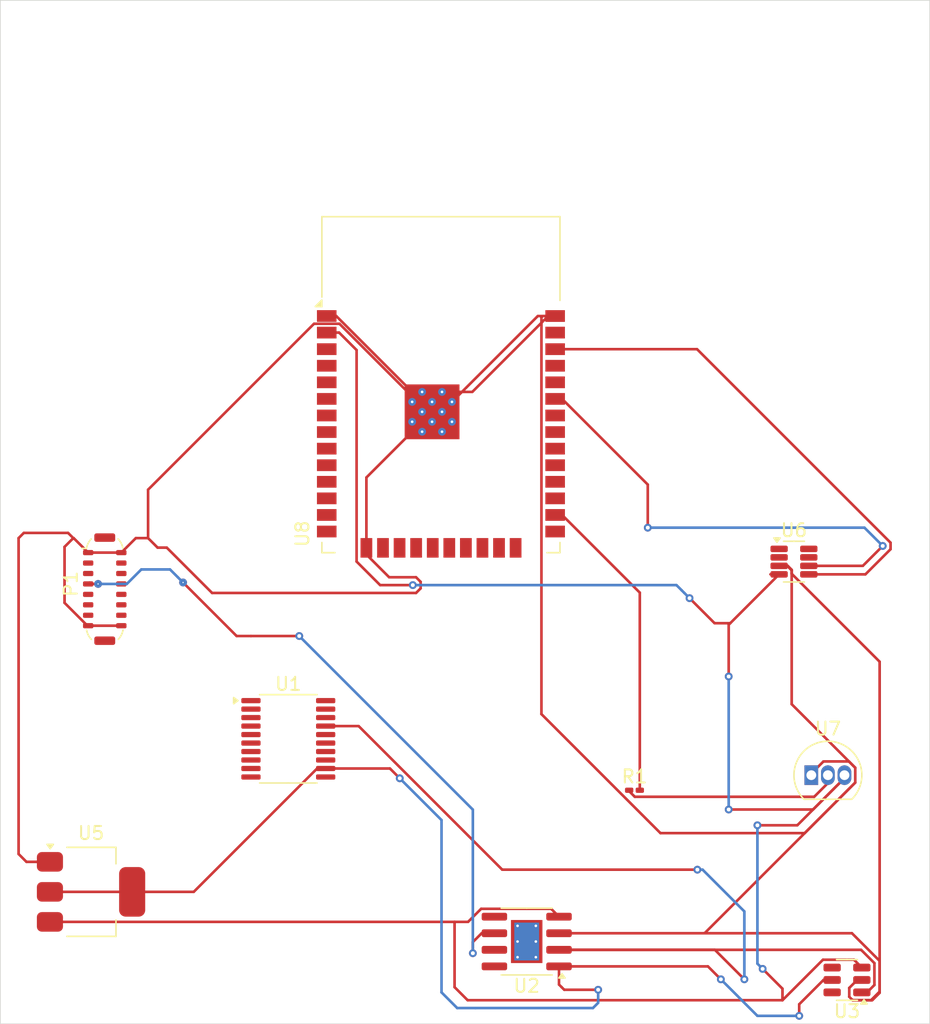
<source format=kicad_pcb>
(kicad_pcb (version 20241229) (generator "pcbnew") (generator_version "9.0")
  (layers (0 "F.Cu" signal) (2 "B.Cu" signal) (13 "F.Paste" user) (15 "B.Paste" user) (5 "F.SilkS" user "F.Silkscreen") (7 "B.SilkS" user "B.Silkscreen") (1 "F.Mask" user) (3 "B.Mask" user) (25 "Edge.Cuts" user))
  (net 0 "")
  (net 3 "/gnd")
  (net 9 "/IN")
  (net 12 "Net-(U7-DQ)")
  (net 13 "/GPIO4")
  (net 17 "/OUT")
  (net 33 "/5v")
  (net 43 "/vcc")
  (net 51 "/GPIO21")
  (net 53 "/GPIO22")
  (net 70 "/GPIO14")
  (footprint "Package_SO:TSSOP-20_4.4x6.5mm_P0.65mm" (layer "F.Cu") (at 152.6625 117.975)
    (property "Reference" "U1" (at 0 -4.2 0) (layer "F.SilkS"))
    (property "Value" "BQ76920PW")
    (fp_line (start 0 -3.385) (end -2.2 -3.385) (stroke (width 0.12)) (layer "F.SilkS"))
    (fp_line (start 0 -3.385) (end 2.2 -3.385) (stroke (width 0.12)) (layer "F.SilkS"))
    (fp_line (start 0 3.385) (end -2.2 3.385) (stroke (width 0.12)) (layer "F.SilkS"))
    (fp_line (start 0 3.385) (end 2.2 3.385) (stroke (width 0.12)) (layer "F.SilkS"))
    (fp_poly (pts (xy -3.86 -2.925) (xy -4.19 -3.165) (xy -4.19 -2.685) (xy -3.86 -2.925)) (stroke (width 0.12)) (fill yes) (layer "F.SilkS"))
    (pad "1" smd roundrect (at -2.8625 -2.925) (size 1.475 0.4) (layers "F.Cu" "F.Mask" "F.Paste"))
    (pad "2" smd roundrect (at -2.8625 -2.275) (size 1.475 0.4) (layers "F.Cu" "F.Mask" "F.Paste"))
    (pad "3" smd roundrect (at -2.8625 -1.625) (size 1.475 0.4) (layers "F.Cu" "F.Mask" "F.Paste"))
    (pad "4" smd roundrect (at -2.8625 -0.975) (size 1.475 0.4) (layers "F.Cu" "F.Mask" "F.Paste"))
    (pad "5" smd roundrect (at -2.8625 -0.325) (size 1.475 0.4) (layers "F.Cu" "F.Mask" "F.Paste"))
    (pad "6" smd roundrect (at -2.8625 0.325) (size 1.475 0.4) (layers "F.Cu" "F.Mask" "F.Paste"))
    (pad "7" smd roundrect (at -2.8625 0.975) (size 1.475 0.4) (layers "F.Cu" "F.Mask" "F.Paste"))
    (pad "8" smd roundrect (at -2.8625 1.625) (size 1.475 0.4) (layers "F.Cu" "F.Mask" "F.Paste"))
    (pad "9" smd roundrect (at -2.8625 2.275) (size 1.475 0.4) (layers "F.Cu" "F.Mask" "F.Paste"))
    (pad "10" smd roundrect (at -2.8625 2.925) (size 1.475 0.4) (layers "F.Cu" "F.Mask" "F.Paste"))
    (pad "11" smd roundrect (at 2.8625 2.925) (size 1.475 0.4) (layers "F.Cu" "F.Mask" "F.Paste"))
    (pad "12" smd roundrect (at 2.8625 2.275) (size 1.475 0.4) (layers "F.Cu" "F.Mask" "F.Paste") (net 33 "/5v"))
    (pad "13" smd roundrect (at 2.8625 1.625) (size 1.475 0.4) (layers "F.Cu" "F.Mask" "F.Paste"))
    (pad "14" smd roundrect (at 2.8625 0.975) (size 1.475 0.4) (layers "F.Cu" "F.Mask" "F.Paste"))
    (pad "15" smd roundrect (at 2.8625 0.325) (size 1.475 0.4) (layers "F.Cu" "F.Mask" "F.Paste"))
    (pad "16" smd roundrect (at 2.8625 -0.325) (size 1.475 0.4) (layers "F.Cu" "F.Mask" "F.Paste"))
    (pad "17" smd roundrect (at 2.8625 -0.975) (size 1.475 0.4) (layers "F.Cu" "F.Mask" "F.Paste") (net 17 "/OUT"))
    (pad "18" smd roundrect (at 2.8625 -1.625) (size 1.475 0.4) (layers "F.Cu" "F.Mask" "F.Paste"))
    (pad "19" smd roundrect (at 2.8625 -2.275) (size 1.475 0.4) (layers "F.Cu" "F.Mask" "F.Paste"))
    (pad "20" smd roundrect (at 2.8625 -2.925) (size 1.475 0.4) (layers "F.Cu" "F.Mask" "F.Paste"))
  )
  (footprint "Package_TO_SOT_THT:TO-92_Inline" (layer "F.Cu") (at 192.73 120.76)
    (property "Reference" "U7" (at 1.27 -3.56 0) (layer "F.SilkS"))
    (property "Value" "DS18B20")
    (fp_line (start -0.53 1.85) (end 3.07 1.85) (stroke (width 0.12)) (layer "F.SilkS"))
    (fp_arc (start -0.568478 1.838478) (mid -1.132087 -0.994977) (end 1.27 -2.6) (stroke (width 0.12)) (layer "F.SilkS"))
    (fp_arc (start 1.27 -2.6) (mid 3.672087 -0.994977) (end 3.108478 1.838478) (stroke (width 0.12)) (layer "F.SilkS"))
    (pad "1" thru_hole rect (at 0 0) (size 1.05 1.5) (drill 0.75) (layers "*.Cu" "*.Mask") (net 3 "/gnd"))
    (pad "2" thru_hole oval (at 1.27 0) (size 1.05 1.5) (drill 0.75) (layers "*.Cu" "*.Mask") (net 12 "Net-(U7-DQ)"))
    (pad "3" thru_hole oval (at 2.54 0) (size 1.05 1.5) (drill 0.75) (layers "*.Cu" "*.Mask") (net 43 "/vcc"))
  )
  (footprint "Package_TO_SOT_SMD:SOT-223-3_TabPin2" (layer "F.Cu") (at 137.55 129.7)
    (property "Reference" "U5" (at 0 -4.5 0) (layer "F.SilkS"))
    (property "Value" "AMS1117-3.3")
    (fp_line (start -1.85 -3.41) (end 1.91 -3.41) (stroke (width 0.12)) (layer "F.SilkS"))
    (fp_line (start -1.85 3.41) (end 1.91 3.41) (stroke (width 0.12)) (layer "F.SilkS"))
    (fp_line (start 1.91 -3.41) (end 1.91 -2.15) (stroke (width 0.12)) (layer "F.SilkS"))
    (fp_line (start 1.91 3.41) (end 1.91 2.15) (stroke (width 0.12)) (layer "F.SilkS"))
    (fp_poly (pts (xy -3.13 -3.31) (xy -3.37 -3.64) (xy -2.89 -3.64) (xy -3.13 -3.31)) (stroke (width 0.12)) (fill yes) (layer "F.SilkS"))
    (pad "1" smd roundrect (at -3.15 -2.3) (size 2 1.5) (layers "F.Cu" "F.Mask" "F.Paste") (net 3 "/gnd"))
    (pad "2" smd roundrect (at -3.15 0) (size 2 1.5) (layers "F.Cu" "F.Mask" "F.Paste") (net 33 "/5v"))
    (pad "2" smd roundrect (at 3.15 0) (size 2 3.8) (layers "F.Cu" "F.Mask" "F.Paste") (net 33 "/5v"))
    (pad "3" smd roundrect (at -3.15 2.3) (size 2 1.5) (layers "F.Cu" "F.Mask" "F.Paste") (net 43 "/vcc"))
  )
  (footprint "Package_TO_SOT_SMD:SOT-23-8" (layer "F.Cu") (at 191.4 104.4)
    (property "Reference" "U6" (at 0 -2.4 0) (layer "F.SilkS"))
    (property "Value" "INA219BxDCN")
    (fp_line (start 0 -1.56) (end -0.8 -1.56) (stroke (width 0.12)) (layer "F.SilkS"))
    (fp_line (start 0 -1.56) (end 0.8 -1.56) (stroke (width 0.12)) (layer "F.SilkS"))
    (fp_line (start 0 1.56) (end -0.8 1.56) (stroke (width 0.12)) (layer "F.SilkS"))
    (fp_line (start 0 1.56) (end 0.8 1.56) (stroke (width 0.12)) (layer "F.SilkS"))
    (fp_poly (pts (xy -1.3 -1.485) (xy -1.54 -1.815) (xy -1.06 -1.815) (xy -1.3 -1.485)) (stroke (width 0.12)) (fill yes) (layer "F.SilkS"))
    (pad "1" smd roundrect (at -1.1375 -0.975) (size 1.325 0.5) (layers "F.Cu" "F.Mask" "F.Paste"))
    (pad "2" smd roundrect (at -1.1375 -0.325) (size 1.325 0.5) (layers "F.Cu" "F.Mask" "F.Paste"))
    (pad "3" smd roundrect (at -1.1375 0.325) (size 1.325 0.5) (layers "F.Cu" "F.Mask" "F.Paste") (net 3 "/gnd"))
    (pad "4" smd roundrect (at -1.1375 0.975) (size 1.325 0.5) (layers "F.Cu" "F.Mask" "F.Paste") (net 43 "/vcc"))
    (pad "5" smd roundrect (at 1.1375 0.975) (size 1.325 0.5) (layers "F.Cu" "F.Mask" "F.Paste") (net 53 "/GPIO22"))
    (pad "6" smd roundrect (at 1.1375 0.325) (size 1.325 0.5) (layers "F.Cu" "F.Mask" "F.Paste") (net 51 "/GPIO21"))
    (pad "7" smd roundrect (at 1.1375 -0.325) (size 1.325 0.5) (layers "F.Cu" "F.Mask" "F.Paste"))
    (pad "8" smd roundrect (at 1.1375 -0.975) (size 1.325 0.5) (layers "F.Cu" "F.Mask" "F.Paste"))
  )
  (footprint "RF_Module:ESP32-WROOM-32" (layer "F.Cu") (at 164.355 93.835)
    (property "Reference" "U8" (at -10.61 8.43 90) (layer "F.SilkS"))
    (property "Value" "ESP32-WROOM-32")
    (fp_line (start -9.12 -15.86) (end -9.12 -9.7) (stroke (width 0.12)) (layer "F.SilkS"))
    (fp_line (start -9.12 -15.86) (end 9.12 -15.86) (stroke (width 0.12)) (layer "F.SilkS"))
    (fp_line (start -9.12 9.1) (end -9.12 9.88) (stroke (width 0.12)) (layer "F.SilkS"))
    (fp_line (start -9.12 9.88) (end -8.12 9.88) (stroke (width 0.12)) (layer "F.SilkS"))
    (fp_line (start 9.12 -15.86) (end 9.12 -9.445) (stroke (width 0.12)) (layer "F.SilkS"))
    (fp_line (start 9.12 9.1) (end 9.12 9.88) (stroke (width 0.12)) (layer "F.SilkS"))
    (fp_line (start 9.12 9.88) (end 8.12 9.88) (stroke (width 0.12)) (layer "F.SilkS"))
    (fp_poly (pts (xy -9.125 -8.975) (xy -9.625 -8.975) (xy -9.125 -9.475) (xy -9.125 -8.975)) (stroke (width 0.12)) (fill yes) (layer "F.SilkS"))
    (pad "1" smd rect (at -8.75 -8.25) (size 1.5 0.9) (layers "F.Cu" "F.Mask" "F.Paste") (net 3 "/gnd"))
    (pad "2" smd rect (at -8.75 -6.98) (size 1.5 0.9) (layers "F.Cu" "F.Mask" "F.Paste") (net 43 "/vcc"))
    (pad "3" smd rect (at -8.75 -5.71) (size 1.5 0.9) (layers "F.Cu" "F.Mask" "F.Paste"))
    (pad "4" smd rect (at -8.75 -4.44) (size 1.5 0.9) (layers "F.Cu" "F.Mask" "F.Paste"))
    (pad "5" smd rect (at -8.75 -3.17) (size 1.5 0.9) (layers "F.Cu" "F.Mask" "F.Paste"))
    (pad "6" smd rect (at -8.75 -1.9) (size 1.5 0.9) (layers "F.Cu" "F.Mask" "F.Paste"))
    (pad "7" smd rect (at -8.75 -0.63) (size 1.5 0.9) (layers "F.Cu" "F.Mask" "F.Paste"))
    (pad "8" smd rect (at -8.75 0.64) (size 1.5 0.9) (layers "F.Cu" "F.Mask" "F.Paste"))
    (pad "9" smd rect (at -8.75 1.91) (size 1.5 0.9) (layers "F.Cu" "F.Mask" "F.Paste"))
    (pad "10" smd rect (at -8.75 3.18) (size 1.5 0.9) (layers "F.Cu" "F.Mask" "F.Paste"))
    (pad "11" smd rect (at -8.75 4.45) (size 1.5 0.9) (layers "F.Cu" "F.Mask" "F.Paste"))
    (pad "12" smd rect (at -8.75 5.72) (size 1.5 0.9) (layers "F.Cu" "F.Mask" "F.Paste"))
    (pad "13" smd rect (at -8.75 6.99) (size 1.5 0.9) (layers "F.Cu" "F.Mask" "F.Paste") (net 70 "/GPIO14"))
    (pad "14" smd rect (at -8.75 8.26) (size 1.5 0.9) (layers "F.Cu" "F.Mask" "F.Paste"))
    (pad "15" smd rect (at -5.71 9.51 90) (size 1.5 0.9) (layers "F.Cu" "F.Mask" "F.Paste") (net 3 "/gnd"))
    (pad "16" smd rect (at -4.44 9.51 90) (size 1.5 0.9) (layers "F.Cu" "F.Mask" "F.Paste"))
    (pad "17" smd rect (at -3.17 9.51 90) (size 1.5 0.9) (layers "F.Cu" "F.Mask" "F.Paste"))
    (pad "18" smd rect (at -1.9 9.51 90) (size 1.5 0.9) (layers "F.Cu" "F.Mask" "F.Paste"))
    (pad "19" smd rect (at -0.63 9.51 90) (size 1.5 0.9) (layers "F.Cu" "F.Mask" "F.Paste"))
    (pad "20" smd rect (at 0.64 9.51 90) (size 1.5 0.9) (layers "F.Cu" "F.Mask" "F.Paste"))
    (pad "21" smd rect (at 1.91 9.51 90) (size 1.5 0.9) (layers "F.Cu" "F.Mask" "F.Paste"))
    (pad "22" smd rect (at 3.18 9.51 90) (size 1.5 0.9) (layers "F.Cu" "F.Mask" "F.Paste"))
    (pad "23" smd rect (at 4.45 9.51 90) (size 1.5 0.9) (layers "F.Cu" "F.Mask" "F.Paste"))
    (pad "24" smd rect (at 5.72 9.51 90) (size 1.5 0.9) (layers "F.Cu" "F.Mask" "F.Paste"))
    (pad "25" smd rect (at 8.75 8.26) (size 1.5 0.9) (layers "F.Cu" "F.Mask" "F.Paste"))
    (pad "26" smd rect (at 8.75 6.99) (size 1.5 0.9) (layers "F.Cu" "F.Mask" "F.Paste") (net 13 "/GPIO4"))
    (pad "27" smd rect (at 8.75 5.72) (size 1.5 0.9) (layers "F.Cu" "F.Mask" "F.Paste"))
    (pad "28" smd rect (at 8.75 4.45) (size 1.5 0.9) (layers "F.Cu" "F.Mask" "F.Paste"))
    (pad "29" smd rect (at 8.75 3.18) (size 1.5 0.9) (layers "F.Cu" "F.Mask" "F.Paste"))
    (pad "30" smd rect (at 8.75 1.91) (size 1.5 0.9) (layers "F.Cu" "F.Mask" "F.Paste"))
    (pad "31" smd rect (at 8.75 0.64) (size 1.5 0.9) (layers "F.Cu" "F.Mask" "F.Paste"))
    (pad "32" smd rect (at 8.75 -0.63) (size 1.5 0.9) (layers "F.Cu" "F.Mask" "F.Paste"))
    (pad "33" smd rect (at 8.75 -1.9) (size 1.5 0.9) (layers "F.Cu" "F.Mask" "F.Paste") (net 51 "/GPIO21"))
    (pad "34" smd rect (at 8.75 -3.17) (size 1.5 0.9) (layers "F.Cu" "F.Mask" "F.Paste"))
    (pad "35" smd rect (at 8.75 -4.44) (size 1.5 0.9) (layers "F.Cu" "F.Mask" "F.Paste"))
    (pad "36" smd rect (at 8.75 -5.71) (size 1.5 0.9) (layers "F.Cu" "F.Mask" "F.Paste") (net 53 "/GPIO22"))
    (pad "37" smd rect (at 8.75 -6.98) (size 1.5 0.9) (layers "F.Cu" "F.Mask" "F.Paste"))
    (pad "38" smd rect (at 8.75 -8.25) (size 1.5 0.9) (layers "F.Cu" "F.Mask" "F.Paste") (net 3 "/gnd"))
    (pad "39" smd rect (at -2.205 -2.435) (size 1.05 1.05) (layers "F.Cu" "F.Paste") (net 3 "/gnd"))
    (pad "39" thru_hole circle (at -2.205 -1.6725) (size 0.6 0.6) (drill 0.2) (property pad_prop_heatsink) (layers "*.Cu" "F.Mask") (net 3 "/gnd"))
    (pad "39" smd rect (at -2.205 -0.91) (size 1.05 1.05) (layers "F.Cu" "F.Paste") (net 3 "/gnd"))
    (pad "39" thru_hole circle (at -2.205 -0.1475) (size 0.6 0.6) (drill 0.2) (property pad_prop_heatsink) (layers "*.Cu" "F.Mask") (net 3 "/gnd"))
    (pad "39" smd rect (at -2.205 0.615) (size 1.05 1.05) (layers "F.Cu" "F.Paste") (net 3 "/gnd"))
    (pad "39" thru_hole circle (at -1.4425 -2.435) (size 0.6 0.6) (drill 0.2) (property pad_prop_heatsink) (layers "*.Cu" "F.Mask") (net 3 "/gnd"))
    (pad "39" thru_hole circle (at -1.4425 -0.91) (size 0.6 0.6) (drill 0.2) (property pad_prop_heatsink) (layers "*.Cu" "F.Mask") (net 3 "/gnd"))
    (pad "39" thru_hole circle (at -1.4425 0.615) (size 0.6 0.6) (drill 0.2) (property pad_prop_heatsink) (layers "*.Cu" "F.Mask") (net 3 "/gnd"))
    (pad "39" smd rect (at -0.68 -2.435) (size 1.05 1.05) (layers "F.Cu" "F.Paste") (net 3 "/gnd"))
    (pad "39" thru_hole circle (at -0.68 -1.6725) (size 0.6 0.6) (drill 0.2) (property pad_prop_heatsink) (layers "*.Cu" "F.Mask") (net 3 "/gnd"))
    (pad "39" smd rect (at -0.68 -0.91) (size 1.05 1.05) (layers "F.Cu" "F.Paste") (net 3 "/gnd"))
    (pad "39" smd rect (at -0.68 -0.91) (size 4.2 4.2) (property pad_prop_heatsink) (layers "F.Cu" "F.Mask") (net 3 "/gnd"))
    (pad "39" thru_hole circle (at -0.68 -0.1475) (size 0.6 0.6) (drill 0.2) (property pad_prop_heatsink) (layers "*.Cu" "F.Mask") (net 3 "/gnd"))
    (pad "39" smd rect (at -0.68 0.615) (size 1.05 1.05) (layers "F.Cu" "F.Paste") (net 3 "/gnd"))
    (pad "39" thru_hole circle (at 0.0825 -2.435) (size 0.6 0.6) (drill 0.2) (property pad_prop_heatsink) (layers "*.Cu" "F.Mask") (net 3 "/gnd"))
    (pad "39" thru_hole circle (at 0.0825 -0.91) (size 0.6 0.6) (drill 0.2) (property pad_prop_heatsink) (layers "*.Cu" "F.Mask") (net 3 "/gnd"))
    (pad "39" thru_hole circle (at 0.0825 0.615) (size 0.6 0.6) (drill 0.2) (property pad_prop_heatsink) (layers "*.Cu" "F.Mask") (net 3 "/gnd"))
    (pad "39" smd rect (at 0.845 -2.435) (size 1.05 1.05) (layers "F.Cu" "F.Paste") (net 3 "/gnd"))
    (pad "39" thru_hole circle (at 0.845 -1.6725) (size 0.6 0.6) (drill 0.2) (property pad_prop_heatsink) (layers "*.Cu" "F.Mask") (net 3 "/gnd"))
    (pad "39" smd rect (at 0.845 -0.91) (size 1.05 1.05) (layers "F.Cu" "F.Paste") (net 3 "/gnd"))
    (pad "39" thru_hole circle (at 0.845 -0.1475) (size 0.6 0.6) (drill 0.2) (property pad_prop_heatsink) (layers "*.Cu" "F.Mask") (net 3 "/gnd"))
    (pad "39" smd rect (at 0.845 0.615) (size 1.05 1.05) (layers "F.Cu" "F.Paste") (net 3 "/gnd"))
  )
  (footprint "Resistor_SMD:R_0201_0603Metric_Pad0.64x0.40mm_HandSolder" (layer "F.Cu") (at 179.1825 121.915)
    (property "Reference" "R1" (at 0 -1.05 0) (layer "F.SilkS"))
    (property "Value" "R")
    (pad "1" smd roundrect (at -0.4075 0) (size 0.635 0.4) (layers "F.Cu" "F.Mask") (net 12 "Net-(U7-DQ)"))
    (pad "2" smd roundrect (at 0.4075 0) (size 0.635 0.4) (layers "F.Cu" "F.Mask") (net 13 "/GPIO4"))
  )
  (footprint "Connector_USB:USB_C_Plug_ShenzhenJingTuoJin_918-118A2021Y40002_Vertical" (layer "F.Cu") (at 138.6 106.51)
    (property "Reference" "P1" (at -2.6 -0.4 90) (layer "F.SilkS"))
    (property "Value" "USB_C_Plug_USB2.0")
    (fp_line (start -1.74 -3.125) (end -1.4 -3.125) (stroke (width 0.12)) (layer "F.SilkS"))
    (fp_arc (start -1.4 -3.125) (mid -1.273005 -3.509002) (end -1.043045 -3.841725) (stroke (width 0.12)) (layer "F.SilkS"))
    (fp_arc (start -1.025 3.85) (mid -1.258743 3.520613) (end -1.389879 3.138598) (stroke (width 0.12)) (layer "F.SilkS"))
    (fp_arc (start 1.025 -3.85) (mid 1.258743 -3.520613) (end 1.389879 -3.138598) (stroke (width 0.12)) (layer "F.SilkS"))
    (fp_arc (start 1.4 3.125) (mid 1.273005 3.509002) (end 1.043045 3.841725) (stroke (width 0.12)) (layer "F.SilkS"))
    (pad "A1" smd roundrect (at -1.27 -2.8 90) (size 0.4 0.79) (layers "F.Cu" "F.Mask" "F.Paste") (net 3 "/gnd"))
    (pad "A4" smd roundrect (at -1.27 -2 90) (size 0.4 0.79) (layers "F.Cu" "F.Mask" "F.Paste"))
    (pad "A5" smd roundrect (at -1.27 -1.2 90) (size 0.4 0.79) (layers "F.Cu" "F.Mask" "F.Paste"))
    (pad "A6" smd roundrect (at -1.27 -0.4 90) (size 0.4 0.79) (layers "F.Cu" "F.Mask" "F.Paste") (net 9 "/IN"))
    (pad "A7" smd roundrect (at -1.27 0.4 90) (size 0.4 0.79) (layers "F.Cu" "F.Mask" "F.Paste"))
    (pad "A8" smd roundrect (at -1.27 1.2 90) (size 0.4 0.79) (layers "F.Cu" "F.Mask" "F.Paste"))
    (pad "A9" smd roundrect (at -1.27 2 90) (size 0.4 0.79) (layers "F.Cu" "F.Mask" "F.Paste"))
    (pad "A12" smd roundrect (at -1.27 2.8 90) (size 0.4 0.79) (layers "F.Cu" "F.Mask" "F.Paste") (net 3 "/gnd"))
    (pad "B1" smd roundrect (at 1.27 2.8 90) (size 0.4 0.79) (layers "F.Cu" "F.Mask" "F.Paste") (net 3 "/gnd"))
    (pad "B4" smd roundrect (at 1.27 2 90) (size 0.4 0.79) (layers "F.Cu" "F.Mask" "F.Paste"))
    (pad "B5" smd roundrect (at 1.27 1.2 90) (size 0.4 0.79) (layers "F.Cu" "F.Mask" "F.Paste"))
    (pad "B6" smd roundrect (at 1.27 0.4 90) (size 0.4 0.79) (layers "F.Cu" "F.Mask" "F.Paste"))
    (pad "B7" smd roundrect (at 1.27 -0.4 90) (size 0.4 0.79) (layers "F.Cu" "F.Mask" "F.Paste"))
    (pad "B8" smd roundrect (at 1.27 -1.2 90) (size 0.4 0.79) (layers "F.Cu" "F.Mask" "F.Paste"))
    (pad "B9" smd roundrect (at 1.27 -2 90) (size 0.4 0.79) (layers "F.Cu" "F.Mask" "F.Paste"))
    (pad "B12" smd roundrect (at 1.27 -2.8 90) (size 0.4 0.79) (layers "F.Cu" "F.Mask" "F.Paste") (net 3 "/gnd"))
    (pad "S1" smd roundrect (at 0 -3.95 90) (size 0.65 1.6) (layers "F.Cu" "F.Mask" "F.Paste"))
    (pad "S1" smd roundrect (at 0 3.95 90) (size 0.65 1.6) (layers "F.Cu" "F.Mask" "F.Paste"))
  )
  (footprint "Package_TO_SOT_SMD:SOT-23-6" (layer "F.Cu") (at 195.4625 136.45 180)
    (property "Reference" "U3" (at 0 -2.4 0) (layer "F.SilkS"))
    (property "Value" "MT3608")
    (fp_line (start 0 1.56) (end 0.8 1.56) (stroke (width 0.12)) (layer "F.SilkS"))
    (fp_line (start 0 1.56) (end -0.8 1.56) (stroke (width 0.12)) (layer "F.SilkS"))
    (fp_line (start 0 -1.56) (end 0.8 -1.56) (stroke (width 0.12)) (layer "F.SilkS"))
    (fp_line (start 0 -1.56) (end -0.8 -1.56) (stroke (width 0.12)) (layer "F.SilkS"))
    (fp_poly (pts (xy -1.3 -1.51) (xy -1.54 -1.84) (xy -1.06 -1.84) (xy -1.3 -1.51)) (stroke (width 0.12)) (fill yes) (layer "F.SilkS"))
    (pad "1" smd roundrect (at -1.1375 -0.95 180) (size 1.325 0.6) (layers "F.Cu" "F.Mask" "F.Paste") (net 17 "/OUT"))
    (pad "2" smd roundrect (at -1.1375 0 180) (size 1.325 0.6) (layers "F.Cu" "F.Mask" "F.Paste") (net 3 "/gnd"))
    (pad "3" smd roundrect (at -1.1375 0.95 180) (size 1.325 0.6) (layers "F.Cu" "F.Mask" "F.Paste") (net 43 "/vcc"))
    (pad "4" smd roundrect (at 1.1375 0.95 180) (size 1.325 0.6) (layers "F.Cu" "F.Mask" "F.Paste"))
    (pad "5" smd roundrect (at 1.1375 0 180) (size 1.325 0.6) (layers "F.Cu" "F.Mask" "F.Paste") (net 33 "/5v"))
    (pad "6" smd roundrect (at 1.1375 -0.95 180) (size 1.325 0.6) (layers "F.Cu" "F.Mask" "F.Paste"))
  )
  (footprint "Package_SO:SOIC-8-1EP_3.9x4.9mm_P1.27mm_EP2.41x3.3mm_ThermalVias" (layer "F.Cu") (at 170.925 133.505 180)
    (property "Reference" "U2" (at 0 -3.4 0) (layer "F.SilkS"))
    (property "Value" "TP4056-42-ESOP8")
    (fp_line (start 0 2.56) (end 1.95 2.56) (stroke (width 0.12)) (layer "F.SilkS"))
    (fp_line (start 0 2.56) (end -1.95 2.56) (stroke (width 0.12)) (layer "F.SilkS"))
    (fp_line (start 0 -2.56) (end 1.95 -2.56) (stroke (width 0.12)) (layer "F.SilkS"))
    (fp_line (start 0 -2.56) (end -1.95 -2.56) (stroke (width 0.12)) (layer "F.SilkS"))
    (fp_poly (pts (xy -2.7 -2.465) (xy -2.94 -2.795) (xy -2.46 -2.795) (xy -2.7 -2.465)) (stroke (width 0.12)) (fill yes) (layer "F.SilkS"))
    (pad "1" smd roundrect (at -2.475 -1.905 180) (size 1.95 0.6) (layers "F.Cu" "F.Mask" "F.Paste") (net 33 "/5v"))
    (pad "2" smd roundrect (at -2.475 -0.635 180) (size 1.95 0.6) (layers "F.Cu" "F.Mask" "F.Paste") (net 17 "/OUT"))
    (pad "3" smd roundrect (at -2.475 0.635 180) (size 1.95 0.6) (layers "F.Cu" "F.Mask" "F.Paste") (net 3 "/gnd"))
    (pad "4" smd roundrect (at -2.475 1.905 180) (size 1.95 0.6) (layers "F.Cu" "F.Mask" "F.Paste") (net 43 "/vcc"))
    (pad "5" smd roundrect (at 2.475 1.905 180) (size 1.95 0.6) (layers "F.Cu" "F.Mask" "F.Paste"))
    (pad "6" smd roundrect (at 2.475 0.635 180) (size 1.95 0.6) (layers "F.Cu" "F.Mask" "F.Paste") (net 9 "/IN"))
    (pad "7" smd roundrect (at 2.475 -0.635 180) (size 1.95 0.6) (layers "F.Cu" "F.Mask" "F.Paste"))
    (pad "8" smd roundrect (at 2.475 -1.905 180) (size 1.95 0.6) (layers "F.Cu" "F.Mask" "F.Paste"))
    (pad "9" thru_hole circle (at -0.7 -1.2 180) (size 0.5 0.5) (drill 0.2) (property pad_prop_heatsink) (layers "*.Cu"))
    (pad "9" thru_hole circle (at -0.7 0 180) (size 0.5 0.5) (drill 0.2) (property pad_prop_heatsink) (layers "*.Cu"))
    (pad "9" thru_hole circle (at -0.7 1.2 180) (size 0.5 0.5) (drill 0.2) (property pad_prop_heatsink) (layers "*.Cu"))
    (pad "9" smd rect (at 0 0 180) (size 1.9 2.9) (property pad_prop_heatsink) (layers "B.Cu"))
    (pad "9" smd rect (at 0 0 180) (size 2.41 3.3) (property pad_prop_heatsink) (layers "F.Cu" "F.Mask"))
    (pad "9" thru_hole circle (at 0.7 -1.2 180) (size 0.5 0.5) (drill 0.2) (property pad_prop_heatsink) (layers "*.Cu"))
    (pad "9" thru_hole circle (at 0.7 0 180) (size 0.5 0.5) (drill 0.2) (property pad_prop_heatsink) (layers "*.Cu"))
    (pad "9" thru_hole circle (at 0.7 1.2 180) (size 0.5 0.5) (drill 0.2) (property pad_prop_heatsink) (layers "*.Cu"))
  )
  (gr_rect (start 130.6 61.4) (end 201.8 139.8) (stroke (width 0.05)) (fill no) (layer "Edge.Cuts"))
  (segment (start 195.896532 138.001) (end 197.399 138.001) (width 0.2) (layer "F.Cu") (net 3))
  (segment (start 196.096 121.32714) (end 192.22214 125.201) (width 0.2) (layer "F.Cu") (net 3))
  (segment (start 141.92 102.6) (end 141 102.6) (width 0.2) (layer "F.Cu") (net 3))
  (segment (start 141.92 98.888) (end 154.629 86.179) (width 0.2) (layer "F.Cu") (net 3))
  (segment (start 137.271196 109.31) (end 137.33 109.31) (width 0.2) (layer "F.Cu") (net 3))
  (segment (start 195.841568 132.87) (end 184.55314 132.87) (width 0.2) (layer "F.Cu") (net 3))
  (segment (start 158.645 97.955) (end 162.15 94.45) (width 0.2) (layer "F.Cu") (net 3))
  (segment (start 171.7775 85.585) (end 165.2 92.1625) (width 0.2) (layer "F.Cu") (net 3))
  (segment (start 162.15 91.4) (end 156.335 85.585) (width 0.2) (layer "F.Cu") (net 3))
  (segment (start 162.801 105.951057) (end 162.801 106.448943) (width 0.2) (layer "F.Cu") (net 3))
  (segment (start 197.9645 137.4355) (end 197.9645 134.992932) (width 0.2) (layer "F.Cu") (net 3))
  (segment (start 172.573 85.585) (end 166.758 91.4) (width 0.2) (layer "F.Cu") (net 3))
  (segment (start 196.6 136.45) (end 196.245532 136.45) (width 0.2) (layer "F.Cu") (net 3))
  (segment (start 139.87 103.71) (end 140.98 102.6) (width 0.2) (layer "F.Cu") (net 3))
  (segment (start 158.645 103.345) (end 158.645 97.955) (width 0.2) (layer "F.Cu") (net 3))
  (segment (start 142.649 103.329) (end 141.92 102.6) (width 0.2) (layer "F.Cu") (net 3))
  (segment (start 136.19 102.6) (end 135.52 103.27) (width 0.2) (layer "F.Cu") (net 3))
  (segment (start 134.4 127.4) (end 132.6 127.4) (width 0.2) (layer "F.Cu") (net 3))
  (segment (start 172.054 85.686) (end 172.155 85.585) (width 0.2) (layer "F.Cu") (net 3))
  (segment (start 135.52 103.27) (end 135.52 107.558804) (width 0.2) (layer "F.Cu") (net 3))
  (segment (start 132 126.8) (end 132 102.6) (width 0.2) (layer "F.Cu") (net 3))
  (segment (start 162.801 106.448943) (end 162.448943 106.801) (width 0.2) (layer "F.Cu") (net 3))
  (segment (start 191.226 105.331918) (end 191.226 105.026001) (width 0.2) (layer "F.Cu") (net 3))
  (segment (start 141.92 102.6) (end 141.92 98.888) (width 0.2) (layer "F.Cu") (net 3))
  (segment (start 195.6365 137.740968) (end 195.896532 138.001) (width 0.2) (layer "F.Cu") (net 3))
  (segment (start 158.645 103.855) (end 160.389 105.599) (width 0.2) (layer "F.Cu") (net 3))
  (segment (start 197.399 138.001) (end 197.9645 137.4355) (width 0.2) (layer "F.Cu") (net 3))
  (segment (start 195.896532 138.001) (end 197.303468 138.001) (width 0.2) (layer "F.Cu") (net 3))
  (segment (start 173.4 132.87) (end 184.55314 132.87) (width 0.2) (layer "F.Cu") (net 3))
  (segment (start 192.73 120.63686) (end 192.73 120.76) (width 0.2) (layer "F.Cu") (net 3))
  (segment (start 181.17363 125.201) (end 172.054 116.08137) (width 0.2) (layer "F.Cu") (net 3))
  (segment (start 132 102.6) (end 132.4 102.2) (width 0.2) (layer "F.Cu") (net 3))
  (segment (start 190.924999 104.725) (end 190.2625 104.725) (width 0.2) (layer "F.Cu") (net 3))
  (segment (start 146.823074 106.801) (end 143.351074 103.329) (width 0.2) (layer "F.Cu") (net 3))
  (segment (start 158.645 103.345) (end 158.645 103.855) (width 0.2) (layer "F.Cu") (net 3))
  (segment (start 160.389 105.599) (end 162.448943 105.599) (width 0.2) (layer "F.Cu") (net 3))
  (segment (start 197.303468 138.001) (end 197.9645 137.339968) (width 0.2) (layer "F.Cu") (net 3))
  (segment (start 173.105 85.585) (end 171.7775 85.585) (width 0.2) (layer "F.Cu") (net 3))
  (segment (start 192.22214 125.201) (end 181.17363 125.201) (width 0.2) (layer "F.Cu") (net 3))
  (segment (start 172.054 116.08137) (end 172.054 85.686) (width 0.2) (layer "F.Cu") (net 3))
  (segment (start 140.98 102.6) (end 141 102.6) (width 0.2) (layer "F.Cu") (net 3))
  (segment (start 196.096 120.19286) (end 196.096 121.32714) (width 0.2) (layer "F.Cu") (net 3))
  (segment (start 173.105 85.585) (end 172.573 85.585) (width 0.2) (layer "F.Cu") (net 3))
  (segment (start 154.629 86.179) (end 156.581 86.179) (width 0.2) (layer "F.Cu") (net 3))
  (segment (start 162.448943 105.599) (end 162.801 105.951057) (width 0.2) (layer "F.Cu") (net 3))
  (segment (start 195.6365 137.059032) (end 195.6365 137.740968) (width 0.2) (layer "F.Cu") (net 3))
  (segment (start 197.9645 137.339968) (end 197.9645 112.070418) (width 0.2) (layer "F.Cu") (net 3))
  (segment (start 156.581 86.179) (end 162.15 91.748) (width 0.2) (layer "F.Cu") (net 3))
  (segment (start 136.22 102.6) (end 136.19 102.6) (width 0.2) (layer "F.Cu") (net 3))
  (segment (start 190.880918 104.725) (end 191.226 105.070082) (width 0.2) (layer "F.Cu") (net 3))
  (segment (start 191.226 105.070082) (end 191.226 115.32286) (width 0.2) (layer "F.Cu") (net 3))
  (segment (start 156.335 85.585) (end 155.605 85.585) (width 0.2) (layer "F.Cu") (net 3))
  (segment (start 190.2625 104.725) (end 190.880918 104.725) (width 0.2) (layer "F.Cu") (net 3))
  (segment (start 162.448943 106.801) (end 146.823074 106.801) (width 0.2) (layer "F.Cu") (net 3))
  (segment (start 137.33 103.71) (end 139.87 103.71) (width 0.2) (layer "F.Cu") (net 3))
  (segment (start 195.61214 119.709) (end 193.65786 119.709) (width 0.2) (layer "F.Cu") (net 3))
  (segment (start 135.52 107.558804) (end 137.271196 109.31) (width 0.2) (layer "F.Cu") (net 3))
  (segment (start 143.351074 103.329) (end 142.649 103.329) (width 0.2) (layer "F.Cu") (net 3))
  (segment (start 184.55314 132.87) (end 196.096 121.32714) (width 0.2) (layer "F.Cu") (net 3))
  (segment (start 197.9645 134.992932) (end 195.841568 132.87) (width 0.2) (layer "F.Cu") (net 3))
  (segment (start 132.6 127.4) (end 132 126.8) (width 0.2) (layer "F.Cu") (net 3))
  (segment (start 132.4 102.2) (end 135.79 102.2) (width 0.2) (layer "F.Cu") (net 3))
  (segment (start 137.33 109.31) (end 139.87 109.31) (width 0.2) (layer "F.Cu") (net 3))
  (segment (start 191.226 105.026001) (end 190.924999 104.725) (width 0.2) (layer "F.Cu") (net 3))
  (segment (start 137.33 103.71) (end 136.22 102.6) (width 0.2) (layer "F.Cu") (net 3))
  (segment (start 172.155 85.585) (end 173.105 85.585) (width 0.2) (layer "F.Cu") (net 3))
  (segment (start 193.65786 119.709) (end 192.73 120.63686) (width 0.2) (layer "F.Cu") (net 3))
  (segment (start 135.79 102.2) (end 136.19 102.6) (width 0.2) (layer "F.Cu") (net 3))
  (segment (start 197.9645 112.070418) (end 191.226 105.331918) (width 0.2) (layer "F.Cu") (net 3))
  (segment (start 166.758 91.4) (end 165.2 91.4) (width 0.2) (layer "F.Cu") (net 3))
  (segment (start 196.245532 136.45) (end 195.6365 137.059032) (width 0.2) (layer "F.Cu") (net 3))
  (segment (start 162.15 91.748) (end 162.15 93.6875) (width 0.2) (layer "F.Cu") (net 3))
  (segment (start 196.096 120.19286) (end 195.61214 119.709) (width 0.2) (layer "F.Cu") (net 3))
  (segment (start 191.226 115.32286) (end 196.096 120.19286) (width 0.2) (layer "F.Cu") (net 3))
  (segment (start 167.475001 132.87) (end 166.8 133.545001) (width 0.2) (layer "F.Cu") (net 9))
  (segment (start 153.5 110.1) (end 149.8 110.1) (width 0.2) (layer "F.Cu") (net 9))
  (segment (start 137.33 106.11) (end 137.44 106) (width 0.2) (layer "F.Cu") (net 9))
  (segment (start 144.6 106) (end 148.7 110.1) (width 0.2) (layer "F.Cu") (net 9))
  (segment (start 168.45 132.87) (end 167.475001 132.87) (width 0.2) (layer "F.Cu") (net 9))
  (segment (start 137.33 106.11) (end 138.09 106.11) (width 0.2) (layer "F.Cu") (net 9))
  (segment (start 166.8 133.545001) (end 166.8 134.4) (width 0.2) (layer "F.Cu") (net 9))
  (segment (start 148.7 110.1) (end 149.8 110.1) (width 0.2) (layer "F.Cu") (net 9))
  (via (at 144.6 106) (size 0.6) (drill 0.1) (layers "F.Cu" "B.Cu") (net 9))
  (via (at 153.5 110.1) (size 0.6) (drill 0.3) (layers "F.Cu" "B.Cu") (net 9))
  (via (at 166.8 134.4) (size 0.6) (drill 0.3) (layers "F.Cu" "B.Cu") (net 9))
  (via (at 138.09 106.11) (size 0.6) (drill 0.1) (layers "F.Cu" "B.Cu") (net 9))
  (segment (start 138.09 106.11) (end 140.29 106.11) (width 0.2) (layer "B.Cu") (net 9))
  (segment (start 144.2 105.6) (end 144.6 106) (width 0.2) (layer "B.Cu") (net 9))
  (segment (start 143.6 105) (end 144.2 105.6) (width 0.2) (layer "B.Cu") (net 9))
  (segment (start 166.8 123.4) (end 153.5 110.1) (width 0.2) (layer "B.Cu") (net 9))
  (segment (start 141.4 105) (end 143.6 105) (width 0.2) (layer "B.Cu") (net 9))
  (segment (start 153.5 110.1) (end 153.4 110) (width 0.2) (layer "B.Cu") (net 9))
  (segment (start 140.29 106.11) (end 141.4 105) (width 0.2) (layer "B.Cu") (net 9))
  (segment (start 166.8 134.4) (end 166.8 123.4) (width 0.2) (layer "B.Cu") (net 9))
  (segment (start 179.20363 122.416) (end 192.951 122.416) (width 0.2) (layer "F.Cu") (net 12))
  (segment (start 178.775 121.915) (end 178.775 121.98737) (width 0.2) (layer "F.Cu") (net 12))
  (segment (start 194 121.367) (end 194 120.76) (width 0.2) (layer "F.Cu") (net 12))
  (segment (start 192.951 122.416) (end 194 121.367) (width 0.2) (layer "F.Cu") (net 12))
  (segment (start 178.775 121.98737) (end 179.20363 122.416) (width 0.2) (layer "F.Cu") (net 12))
  (segment (start 173.637 100.825) (end 173.105 100.825) (width 0.2) (layer "F.Cu") (net 13))
  (segment (start 179.59 106.778) (end 173.637 100.825) (width 0.2) (layer "F.Cu") (net 13))
  (segment (start 179.59 121.915) (end 179.59 106.778) (width 0.2) (layer "F.Cu") (net 13))
  (segment (start 173.4 134.14) (end 185.34 134.14) (width 0.2) (layer "F.Cu") (net 17))
  (segment (start 197 137.4) (end 196.6 137.4) (width 0.2) (layer "F.Cu") (net 17))
  (segment (start 158.049943 117) (end 155.525 117) (width 0.2) (layer "F.Cu") (net 17))
  (segment (start 169.049943 128) (end 158.049943 117) (width 0.2) (layer "F.Cu") (net 17))
  (segment (start 196.544468 134.14) (end 197.5635 135.159032) (width 0.2) (layer "F.Cu") (net 17))
  (segment (start 173.4 134.14) (end 196.544468 134.14) (width 0.2) (layer "F.Cu") (net 17))
  (segment (start 185.34 134.14) (end 187.6 136.4) (width 0.2) (layer "F.Cu") (net 17))
  (segment (start 197.5635 136.8365) (end 197 137.4) (width 0.2) (layer "F.Cu") (net 17))
  (segment (start 184 128) (end 169.049943 128) (width 0.2) (layer "F.Cu") (net 17))
  (segment (start 197.5635 135.159032) (end 197.5635 136.8365) (width 0.2) (layer "F.Cu") (net 17))
  (via (at 187.6 136.4) (size 0.6) (drill 0.3) (layers "F.Cu" "B.Cu") (net 17))
  (via (at 184 128) (size 0.6) (drill 0.3) (layers "F.Cu" "B.Cu") (net 17))
  (segment (start 187.6 131.2) (end 184.4 128) (width 0.2) (layer "B.Cu") (net 17))
  (segment (start 184.4 128) (end 184 128) (width 0.2) (layer "B.Cu") (net 17))
  (segment (start 187.6 136.4) (end 187.6 131.2) (width 0.2) (layer "B.Cu") (net 17))
  (segment (start 173.4 135.41) (end 184.81 135.41) (width 0.2) (layer "F.Cu") (net 33))
  (segment (start 173.6 137) (end 173.8 137.2) (width 0.2) (layer "F.Cu") (net 33))
  (segment (start 155.525 120.25) (end 154.86763 120.25) (width 0.2) (layer "F.Cu") (net 33))
  (segment (start 145.41763 129.7) (end 140.7 129.7) (width 0.2) (layer "F.Cu") (net 33))
  (segment (start 154.86763 120.25) (end 145.41763 129.7) (width 0.2) (layer "F.Cu") (net 33))
  (segment (start 191.801 139.199) (end 191.801 138.311501) (width 0.2) (layer "F.Cu") (net 33))
  (segment (start 161.2 121) (end 160.45 120.25) (width 0.2) (layer "F.Cu") (net 33))
  (segment (start 173.4 135.41) (end 173.59 135.41) (width 0.2) (layer "F.Cu") (net 33))
  (segment (start 193.662501 136.45) (end 194.325 136.45) (width 0.2) (layer "F.Cu") (net 33))
  (segment (start 184.81 135.41) (end 185.8 136.4) (width 0.2) (layer "F.Cu") (net 33))
  (segment (start 160.45 120.25) (end 155.525 120.25) (width 0.2) (layer "F.Cu") (net 33))
  (segment (start 173.4 135.41) (end 173.4 136.8) (width 0.2) (layer "F.Cu") (net 33))
  (segment (start 140.7 129.7) (end 134.4 129.7) (width 0.2) (layer "F.Cu") (net 33))
  (segment (start 173.8 137.2) (end 176.4 137.2) (width 0.2) (layer "F.Cu") (net 33))
  (segment (start 173.59 135.41) (end 173.6 135.4) (width 0.2) (layer "F.Cu") (net 33))
  (segment (start 191.801 138.311501) (end 193.662501 136.45) (width 0.2) (layer "F.Cu") (net 33))
  (segment (start 173.4 136.8) (end 173.6 137) (width 0.2) (layer "F.Cu") (net 33))
  (via (at 176.4 137.2) (size 0.6) (drill 0.3) (layers "F.Cu" "B.Cu") (net 33))
  (via (at 185.8 136.4) (size 0.6) (drill 0.3) (layers "F.Cu" "B.Cu") (net 33))
  (via (at 191.801 139.199) (size 0.6) (drill 0.3) (layers "F.Cu" "B.Cu") (net 33))
  (via (at 161.2 121) (size 0.6) (drill 0.3) (layers "F.Cu" "B.Cu") (net 33))
  (segment (start 164.4 137.4) (end 164.4 124.2) (width 0.2) (layer "B.Cu") (net 33))
  (segment (start 185.8 136.4) (end 188.599 139.199) (width 0.2) (layer "B.Cu") (net 33))
  (segment (start 165.6 138.6) (end 167 138.6) (width 0.2) (layer "B.Cu") (net 33))
  (segment (start 176.4 138.201) (end 176.001 138.6) (width 0.2) (layer "B.Cu") (net 33))
  (segment (start 167 138.6) (end 176.001 138.6) (width 0.2) (layer "B.Cu") (net 33))
  (segment (start 188.599 139.199) (end 191.6 139.199) (width 0.2) (layer "B.Cu") (net 33))
  (segment (start 191.6 139.199) (end 191.801 139.199) (width 0.2) (layer "B.Cu") (net 33))
  (segment (start 164.4 124.2) (end 161.2 121) (width 0.2) (layer "B.Cu") (net 33))
  (segment (start 164.4 137.4) (end 165.6 138.6) (width 0.2) (layer "B.Cu") (net 33))
  (segment (start 176.4 137.2) (end 176.4 138.201) (width 0.2) (layer "B.Cu") (net 33))
  (segment (start 186.4 113.2) (end 186.4 109.2375) (width 0.2) (layer "F.Cu") (net 43))
  (segment (start 157.894 104.396) (end 159.698 106.2) (width 0.2) (layer "F.Cu") (net 43))
  (segment (start 165.4 137) (end 166.401 138.001) (width 0.2) (layer "F.Cu") (net 43))
  (segment (start 195.27 120.985) (end 192.862695 123.392305) (width 0.2) (layer "F.Cu") (net 43))
  (segment (start 195.27 120.76) (end 195.27 120.985) (width 0.2) (layer "F.Cu") (net 43))
  (segment (start 195.27 120.985) (end 191.655 124.6) (width 0.2) (layer "F.Cu") (net 43))
  (segment (start 172.799 130.999) (end 167.434032 130.999) (width 0.2) (layer "F.Cu") (net 43))
  (segment (start 186.51875 109.11875) (end 190.2625 105.375) (width 0.2) (layer "F.Cu") (net 43))
  (segment (start 155.605 86.855) (end 156.555 86.855) (width 0.2) (layer "F.Cu") (net 43))
  (segment (start 193.621532 134.899) (end 195.999 134.899) (width 0.2) (layer "F.Cu") (net 43))
  (segment (start 165.4 132) (end 165.4 137) (width 0.2) (layer "F.Cu") (net 43))
  (segment (start 157.894 88.194) (end 157.894 104.396) (width 0.2) (layer "F.Cu") (net 43))
  (segment (start 183.4 107.2) (end 185.31875 109.11875) (width 0.2) (layer "F.Cu") (net 43))
  (segment (start 167.434032 130.999) (end 166.433032 132) (width 0.2) (layer "F.Cu") (net 43))
  (segment (start 190.519532 138.001) (end 193.621532 134.899) (width 0.2) (layer "F.Cu") (net 43))
  (segment (start 173.4 131.6) (end 172.799 130.999) (width 0.2) (layer "F.Cu") (net 43))
  (segment (start 190.2625 105.375) (end 189.600001 105.375) (width 0.2) (layer "F.Cu") (net 43))
  (segment (start 189 135.6) (end 190.519532 137.119532) (width 0.2) (layer "F.Cu") (net 43))
  (segment (start 166.401 138.001) (end 190.519532 138.001) (width 0.2) (layer "F.Cu") (net 43))
  (segment (start 165.4 132) (end 134.4 132) (width 0.2) (layer "F.Cu") (net 43))
  (segment (start 195.999 134.899) (end 196.6 135.5) (width 0.2) (layer "F.Cu") (net 43))
  (segment (start 191.655 124.6) (end 188.6 124.6) (width 0.2) (layer "F.Cu") (net 43))
  (segment (start 192.862695 123.392305) (end 186.4 123.392305) (width 0.2) (layer "F.Cu") (net 43))
  (segment (start 156.555 86.855) (end 157.894 88.194) (width 0.2) (layer "F.Cu") (net 43))
  (segment (start 159.698 106.2) (end 162.2 106.2) (width 0.2) (layer "F.Cu") (net 43))
  (segment (start 186.4 123.392305) (end 186.385851 123.392305) (width 0.2) (layer "F.Cu") (net 43))
  (segment (start 186.4 109.2375) (end 186.51875 109.11875) (width 0.2) (layer "F.Cu") (net 43))
  (segment (start 166.433032 132) (end 165.4 132) (width 0.2) (layer "F.Cu") (net 43))
  (segment (start 185.31875 109.11875) (end 186.51875 109.11875) (width 0.2) (layer "F.Cu") (net 43))
  (segment (start 155.073 86.855) (end 155.605 86.855) (width 0.2) (layer "F.Cu") (net 43))
  (segment (start 190.519532 137.119532) (end 190.519532 138.001) (width 0.2) (layer "F.Cu") (net 43))
  (via (at 186.4 123.392305) (size 0.6) (drill 0.3) (layers "F.Cu" "B.Cu") (net 43))
  (via (at 183.4 107.2) (size 0.6) (drill 0.3) (layers "F.Cu" "B.Cu") (net 43))
  (via (at 162.2 106.2) (size 0.6) (drill 0.3) (layers "F.Cu" "B.Cu") (net 43))
  (via (at 186.4 113.2) (size 0.6) (drill 0.3) (layers "F.Cu" "B.Cu") (net 43))
  (via (at 189 135.6) (size 0.6) (drill 0.3) (layers "F.Cu" "B.Cu") (net 43))
  (via (at 188.6 124.6) (size 0.6) (drill 0.3) (layers "F.Cu" "B.Cu") (net 43))
  (segment (start 183 106.8) (end 183.4 107.2) (width 0.2) (layer "B.Cu") (net 43))
  (segment (start 182.8 106.6) (end 183 106.8) (width 0.2) (layer "B.Cu") (net 43))
  (segment (start 188.6 124.6) (end 188.6 135.2) (width 0.2) (layer "B.Cu") (net 43))
  (segment (start 186.4 123.392305) (end 186.4 113.2) (width 0.2) (layer "B.Cu") (net 43))
  (segment (start 182.4 106.2) (end 182.8 106.6) (width 0.2) (layer "B.Cu") (net 43))
  (segment (start 189 135.6) (end 188.9 135.5) (width 0.2) (layer "B.Cu") (net 43))
  (segment (start 188.6 135.2) (end 189 135.6) (width 0.2) (layer "B.Cu") (net 43))
  (segment (start 162.2 106.2) (end 182.4 106.2) (width 0.2) (layer "B.Cu") (net 43))
  (segment (start 198.2 103.2) (end 196.675 104.725) (width 0.2) (layer "F.Cu") (net 51))
  (segment (start 173.105 91.935) (end 173.637 91.935) (width 0.2) (layer "F.Cu") (net 51))
  (segment (start 173.637 91.935) (end 180.2 98.498) (width 0.2) (layer "F.Cu") (net 51))
  (segment (start 180.2 98.498) (end 180.2 101.8) (width 0.2) (layer "F.Cu") (net 51))
  (segment (start 196.675 104.725) (end 192.5375 104.725) (width 0.2) (layer "F.Cu") (net 51))
  (via (at 198.2 103.2) (size 0.6) (drill 0.3) (layers "F.Cu" "B.Cu") (net 51))
  (via (at 180.2 101.8) (size 0.6) (drill 0.3) (layers "F.Cu" "B.Cu") (net 51))
  (segment (start 198.2 103.2) (end 196.8 101.8) (width 0.2) (layer "B.Cu") (net 51))
  (segment (start 196.8 101.8) (end 180.2 101.8) (width 0.2) (layer "B.Cu") (net 51))
  (segment (start 192.5375 105.375) (end 196.874943 105.375) (width 0.2) (layer "F.Cu") (net 53))
  (segment (start 198.801 103.448943) (end 198.801 102.951057) (width 0.2) (layer "F.Cu") (net 53))
  (segment (start 196.874943 105.375) (end 198.801 103.448943) (width 0.2) (layer "F.Cu") (net 53))
  (segment (start 183.974943 88.125) (end 173.105 88.125) (width 0.2) (layer "F.Cu") (net 53))
  (segment (start 198.801 102.951057) (end 183.974943 88.125) (width 0.2) (layer "F.Cu") (net 53))
)
</source>
